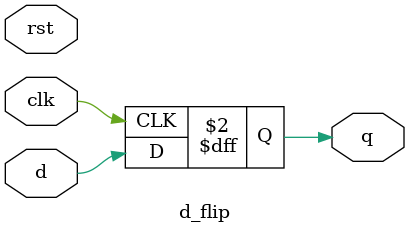
<source format=v>
module d_flip(input d,clk,rst,output reg q);
  always @(posedge clk)begin
    q<=d;
  end
endmodule
  

</source>
